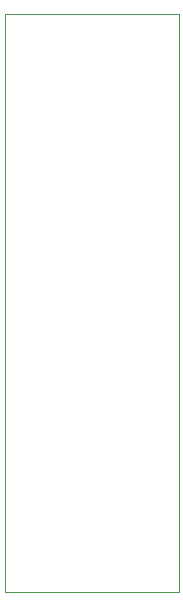
<source format=gm1>
%TF.GenerationSoftware,KiCad,Pcbnew,(5.1.9)-1*%
%TF.CreationDate,2021-12-09T11:09:15-03:00*%
%TF.ProjectId,HV_stepstick_adapter,48565f73-7465-4707-9374-69636b5f6164,rev?*%
%TF.SameCoordinates,Original*%
%TF.FileFunction,Profile,NP*%
%FSLAX46Y46*%
G04 Gerber Fmt 4.6, Leading zero omitted, Abs format (unit mm)*
G04 Created by KiCad (PCBNEW (5.1.9)-1) date 2021-12-09 11:09:15*
%MOMM*%
%LPD*%
G01*
G04 APERTURE LIST*
%TA.AperFunction,Profile*%
%ADD10C,0.050000*%
%TD*%
G04 APERTURE END LIST*
D10*
X94750000Y-156992000D02*
X107553000Y-156992000D01*
X94750000Y-156992000D02*
X92805000Y-156992000D01*
X107553000Y-108045000D02*
X107553000Y-156992000D01*
X95605000Y-108045000D02*
X107553000Y-108045000D01*
X92805000Y-108045000D02*
X95605000Y-108045000D01*
X92805000Y-108045000D02*
X92805000Y-156992000D01*
M02*

</source>
